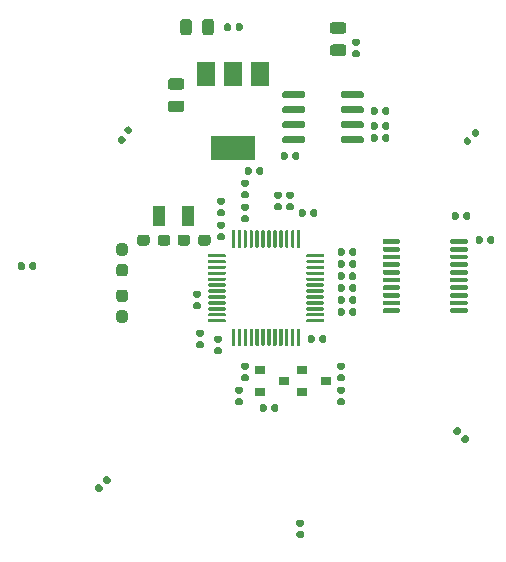
<source format=gbr>
%TF.GenerationSoftware,KiCad,Pcbnew,(5.1.6-0-10_14)*%
%TF.CreationDate,2021-08-24T22:52:38-05:00*%
%TF.ProjectId,led_lights,6c65645f-6c69-4676-9874-732e6b696361,rev?*%
%TF.SameCoordinates,Original*%
%TF.FileFunction,Paste,Top*%
%TF.FilePolarity,Positive*%
%FSLAX46Y46*%
G04 Gerber Fmt 4.6, Leading zero omitted, Abs format (unit mm)*
G04 Created by KiCad (PCBNEW (5.1.6-0-10_14)) date 2021-08-24 22:52:38*
%MOMM*%
%LPD*%
G01*
G04 APERTURE LIST*
%ADD10R,0.900000X0.800000*%
%ADD11R,3.800000X2.000000*%
%ADD12R,1.500000X2.000000*%
%ADD13R,1.000000X1.800000*%
G04 APERTURE END LIST*
%TO.C,C1*%
G36*
G01*
X188056000Y114570500D02*
X188056000Y115045500D01*
G75*
G02*
X188293500Y115283000I237500J0D01*
G01*
X188868500Y115283000D01*
G75*
G02*
X189106000Y115045500I0J-237500D01*
G01*
X189106000Y114570500D01*
G75*
G02*
X188868500Y114333000I-237500J0D01*
G01*
X188293500Y114333000D01*
G75*
G02*
X188056000Y114570500I0J237500D01*
G01*
G37*
G36*
G01*
X186306000Y114570500D02*
X186306000Y115045500D01*
G75*
G02*
X186543500Y115283000I237500J0D01*
G01*
X187118500Y115283000D01*
G75*
G02*
X187356000Y115045500I0J-237500D01*
G01*
X187356000Y114570500D01*
G75*
G02*
X187118500Y114333000I-237500J0D01*
G01*
X186543500Y114333000D01*
G75*
G02*
X186306000Y114570500I0J237500D01*
G01*
G37*
%TD*%
%TO.C,C2*%
G36*
G01*
X185691000Y115045500D02*
X185691000Y114570500D01*
G75*
G02*
X185453500Y114333000I-237500J0D01*
G01*
X184878500Y114333000D01*
G75*
G02*
X184641000Y114570500I0J237500D01*
G01*
X184641000Y115045500D01*
G75*
G02*
X184878500Y115283000I237500J0D01*
G01*
X185453500Y115283000D01*
G75*
G02*
X185691000Y115045500I0J-237500D01*
G01*
G37*
G36*
G01*
X183941000Y115045500D02*
X183941000Y114570500D01*
G75*
G02*
X183703500Y114333000I-237500J0D01*
G01*
X183128500Y114333000D01*
G75*
G02*
X182891000Y114570500I0J237500D01*
G01*
X182891000Y115045500D01*
G75*
G02*
X183128500Y115283000I237500J0D01*
G01*
X183703500Y115283000D01*
G75*
G02*
X183941000Y115045500I0J-237500D01*
G01*
G37*
%TD*%
%TO.C,C3*%
G36*
G01*
X181847500Y113493000D02*
X181372500Y113493000D01*
G75*
G02*
X181135000Y113730500I0J237500D01*
G01*
X181135000Y114305500D01*
G75*
G02*
X181372500Y114543000I237500J0D01*
G01*
X181847500Y114543000D01*
G75*
G02*
X182085000Y114305500I0J-237500D01*
G01*
X182085000Y113730500D01*
G75*
G02*
X181847500Y113493000I-237500J0D01*
G01*
G37*
G36*
G01*
X181847500Y111743000D02*
X181372500Y111743000D01*
G75*
G02*
X181135000Y111980500I0J237500D01*
G01*
X181135000Y112555500D01*
G75*
G02*
X181372500Y112793000I237500J0D01*
G01*
X181847500Y112793000D01*
G75*
G02*
X182085000Y112555500I0J-237500D01*
G01*
X182085000Y111980500D01*
G75*
G02*
X181847500Y111743000I-237500J0D01*
G01*
G37*
%TD*%
%TO.C,C4*%
G36*
G01*
X181372500Y110620000D02*
X181847500Y110620000D01*
G75*
G02*
X182085000Y110382500I0J-237500D01*
G01*
X182085000Y109807500D01*
G75*
G02*
X181847500Y109570000I-237500J0D01*
G01*
X181372500Y109570000D01*
G75*
G02*
X181135000Y109807500I0J237500D01*
G01*
X181135000Y110382500D01*
G75*
G02*
X181372500Y110620000I237500J0D01*
G01*
G37*
G36*
G01*
X181372500Y108870000D02*
X181847500Y108870000D01*
G75*
G02*
X182085000Y108632500I0J-237500D01*
G01*
X182085000Y108057500D01*
G75*
G02*
X181847500Y107820000I-237500J0D01*
G01*
X181372500Y107820000D01*
G75*
G02*
X181135000Y108057500I0J237500D01*
G01*
X181135000Y108632500D01*
G75*
G02*
X181372500Y108870000I237500J0D01*
G01*
G37*
%TD*%
%TO.C,C5*%
G36*
G01*
X186638250Y127528500D02*
X185725750Y127528500D01*
G75*
G02*
X185482000Y127772250I0J243750D01*
G01*
X185482000Y128259750D01*
G75*
G02*
X185725750Y128503500I243750J0D01*
G01*
X186638250Y128503500D01*
G75*
G02*
X186882000Y128259750I0J-243750D01*
G01*
X186882000Y127772250D01*
G75*
G02*
X186638250Y127528500I-243750J0D01*
G01*
G37*
G36*
G01*
X186638250Y125653500D02*
X185725750Y125653500D01*
G75*
G02*
X185482000Y125897250I0J243750D01*
G01*
X185482000Y126384750D01*
G75*
G02*
X185725750Y126628500I243750J0D01*
G01*
X186638250Y126628500D01*
G75*
G02*
X186882000Y126384750I0J-243750D01*
G01*
X186882000Y125897250D01*
G75*
G02*
X186638250Y125653500I-243750J0D01*
G01*
G37*
%TD*%
%TO.C,C6*%
G36*
G01*
X199441750Y133251000D02*
X200354250Y133251000D01*
G75*
G02*
X200598000Y133007250I0J-243750D01*
G01*
X200598000Y132519750D01*
G75*
G02*
X200354250Y132276000I-243750J0D01*
G01*
X199441750Y132276000D01*
G75*
G02*
X199198000Y132519750I0J243750D01*
G01*
X199198000Y133007250D01*
G75*
G02*
X199441750Y133251000I243750J0D01*
G01*
G37*
G36*
G01*
X199441750Y131376000D02*
X200354250Y131376000D01*
G75*
G02*
X200598000Y131132250I0J-243750D01*
G01*
X200598000Y130644750D01*
G75*
G02*
X200354250Y130401000I-243750J0D01*
G01*
X199441750Y130401000D01*
G75*
G02*
X199198000Y130644750I0J243750D01*
G01*
X199198000Y131132250D01*
G75*
G02*
X199441750Y131376000I243750J0D01*
G01*
G37*
%TD*%
%TO.C,C7*%
G36*
G01*
X190164500Y115760000D02*
X189819500Y115760000D01*
G75*
G02*
X189672000Y115907500I0J147500D01*
G01*
X189672000Y116202500D01*
G75*
G02*
X189819500Y116350000I147500J0D01*
G01*
X190164500Y116350000D01*
G75*
G02*
X190312000Y116202500I0J-147500D01*
G01*
X190312000Y115907500D01*
G75*
G02*
X190164500Y115760000I-147500J0D01*
G01*
G37*
G36*
G01*
X190164500Y114790000D02*
X189819500Y114790000D01*
G75*
G02*
X189672000Y114937500I0J147500D01*
G01*
X189672000Y115232500D01*
G75*
G02*
X189819500Y115380000I147500J0D01*
G01*
X190164500Y115380000D01*
G75*
G02*
X190312000Y115232500I0J-147500D01*
G01*
X190312000Y114937500D01*
G75*
G02*
X190164500Y114790000I-147500J0D01*
G01*
G37*
%TD*%
%TO.C,C8*%
G36*
G01*
X190164500Y117792000D02*
X189819500Y117792000D01*
G75*
G02*
X189672000Y117939500I0J147500D01*
G01*
X189672000Y118234500D01*
G75*
G02*
X189819500Y118382000I147500J0D01*
G01*
X190164500Y118382000D01*
G75*
G02*
X190312000Y118234500I0J-147500D01*
G01*
X190312000Y117939500D01*
G75*
G02*
X190164500Y117792000I-147500J0D01*
G01*
G37*
G36*
G01*
X190164500Y116822000D02*
X189819500Y116822000D01*
G75*
G02*
X189672000Y116969500I0J147500D01*
G01*
X189672000Y117264500D01*
G75*
G02*
X189819500Y117412000I147500J0D01*
G01*
X190164500Y117412000D01*
G75*
G02*
X190312000Y117264500I0J-147500D01*
G01*
X190312000Y116969500D01*
G75*
G02*
X190164500Y116822000I-147500J0D01*
G01*
G37*
%TD*%
%TO.C,C9*%
G36*
G01*
X197340000Y106253500D02*
X197340000Y106598500D01*
G75*
G02*
X197487500Y106746000I147500J0D01*
G01*
X197782500Y106746000D01*
G75*
G02*
X197930000Y106598500I0J-147500D01*
G01*
X197930000Y106253500D01*
G75*
G02*
X197782500Y106106000I-147500J0D01*
G01*
X197487500Y106106000D01*
G75*
G02*
X197340000Y106253500I0J147500D01*
G01*
G37*
G36*
G01*
X198310000Y106253500D02*
X198310000Y106598500D01*
G75*
G02*
X198457500Y106746000I147500J0D01*
G01*
X198752500Y106746000D01*
G75*
G02*
X198900000Y106598500I0J-147500D01*
G01*
X198900000Y106253500D01*
G75*
G02*
X198752500Y106106000I-147500J0D01*
G01*
X198457500Y106106000D01*
G75*
G02*
X198310000Y106253500I0J147500D01*
G01*
G37*
%TD*%
%TO.C,C10*%
G36*
G01*
X202674000Y125557500D02*
X202674000Y125902500D01*
G75*
G02*
X202821500Y126050000I147500J0D01*
G01*
X203116500Y126050000D01*
G75*
G02*
X203264000Y125902500I0J-147500D01*
G01*
X203264000Y125557500D01*
G75*
G02*
X203116500Y125410000I-147500J0D01*
G01*
X202821500Y125410000D01*
G75*
G02*
X202674000Y125557500I0J147500D01*
G01*
G37*
G36*
G01*
X203644000Y125557500D02*
X203644000Y125902500D01*
G75*
G02*
X203791500Y126050000I147500J0D01*
G01*
X204086500Y126050000D01*
G75*
G02*
X204234000Y125902500I0J-147500D01*
G01*
X204234000Y125557500D01*
G75*
G02*
X204086500Y125410000I-147500J0D01*
G01*
X203791500Y125410000D01*
G75*
G02*
X203644000Y125557500I0J147500D01*
G01*
G37*
%TD*%
%TO.C,C11*%
G36*
G01*
X209532000Y116667500D02*
X209532000Y117012500D01*
G75*
G02*
X209679500Y117160000I147500J0D01*
G01*
X209974500Y117160000D01*
G75*
G02*
X210122000Y117012500I0J-147500D01*
G01*
X210122000Y116667500D01*
G75*
G02*
X209974500Y116520000I-147500J0D01*
G01*
X209679500Y116520000D01*
G75*
G02*
X209532000Y116667500I0J147500D01*
G01*
G37*
G36*
G01*
X210502000Y116667500D02*
X210502000Y117012500D01*
G75*
G02*
X210649500Y117160000I147500J0D01*
G01*
X210944500Y117160000D01*
G75*
G02*
X211092000Y117012500I0J-147500D01*
G01*
X211092000Y116667500D01*
G75*
G02*
X210944500Y116520000I-147500J0D01*
G01*
X210649500Y116520000D01*
G75*
G02*
X210502000Y116667500I0J147500D01*
G01*
G37*
%TD*%
%TO.C,C12*%
G36*
G01*
X212534000Y114635500D02*
X212534000Y114980500D01*
G75*
G02*
X212681500Y115128000I147500J0D01*
G01*
X212976500Y115128000D01*
G75*
G02*
X213124000Y114980500I0J-147500D01*
G01*
X213124000Y114635500D01*
G75*
G02*
X212976500Y114488000I-147500J0D01*
G01*
X212681500Y114488000D01*
G75*
G02*
X212534000Y114635500I0J147500D01*
G01*
G37*
G36*
G01*
X211564000Y114635500D02*
X211564000Y114980500D01*
G75*
G02*
X211711500Y115128000I147500J0D01*
G01*
X212006500Y115128000D01*
G75*
G02*
X212154000Y114980500I0J-147500D01*
G01*
X212154000Y114635500D01*
G75*
G02*
X212006500Y114488000I-147500J0D01*
G01*
X211711500Y114488000D01*
G75*
G02*
X211564000Y114635500I0J147500D01*
G01*
G37*
%TD*%
D10*
%TO.C,Q1*%
X193310000Y103820000D03*
X193310000Y101920000D03*
X195310000Y102870000D03*
%TD*%
%TO.C,Q2*%
X198866000Y102870000D03*
X196866000Y101920000D03*
X196866000Y103820000D03*
%TD*%
%TO.C,R1*%
G36*
G01*
X188132500Y108971000D02*
X187787500Y108971000D01*
G75*
G02*
X187640000Y109118500I0J147500D01*
G01*
X187640000Y109413500D01*
G75*
G02*
X187787500Y109561000I147500J0D01*
G01*
X188132500Y109561000D01*
G75*
G02*
X188280000Y109413500I0J-147500D01*
G01*
X188280000Y109118500D01*
G75*
G02*
X188132500Y108971000I-147500J0D01*
G01*
G37*
G36*
G01*
X188132500Y109941000D02*
X187787500Y109941000D01*
G75*
G02*
X187640000Y110088500I0J147500D01*
G01*
X187640000Y110383500D01*
G75*
G02*
X187787500Y110531000I147500J0D01*
G01*
X188132500Y110531000D01*
G75*
G02*
X188280000Y110383500I0J-147500D01*
G01*
X188280000Y110088500D01*
G75*
G02*
X188132500Y109941000I-147500J0D01*
G01*
G37*
%TD*%
%TO.C,R4*%
G36*
G01*
X201594500Y130284000D02*
X201249500Y130284000D01*
G75*
G02*
X201102000Y130431500I0J147500D01*
G01*
X201102000Y130726500D01*
G75*
G02*
X201249500Y130874000I147500J0D01*
G01*
X201594500Y130874000D01*
G75*
G02*
X201742000Y130726500I0J-147500D01*
G01*
X201742000Y130431500D01*
G75*
G02*
X201594500Y130284000I-147500J0D01*
G01*
G37*
G36*
G01*
X201594500Y131254000D02*
X201249500Y131254000D01*
G75*
G02*
X201102000Y131401500I0J147500D01*
G01*
X201102000Y131696500D01*
G75*
G02*
X201249500Y131844000I147500J0D01*
G01*
X201594500Y131844000D01*
G75*
G02*
X201742000Y131696500I0J-147500D01*
G01*
X201742000Y131401500D01*
G75*
G02*
X201594500Y131254000I-147500J0D01*
G01*
G37*
%TD*%
%TO.C,R5*%
G36*
G01*
X191851500Y103442000D02*
X192196500Y103442000D01*
G75*
G02*
X192344000Y103294500I0J-147500D01*
G01*
X192344000Y102999500D01*
G75*
G02*
X192196500Y102852000I-147500J0D01*
G01*
X191851500Y102852000D01*
G75*
G02*
X191704000Y102999500I0J147500D01*
G01*
X191704000Y103294500D01*
G75*
G02*
X191851500Y103442000I147500J0D01*
G01*
G37*
G36*
G01*
X191851500Y104412000D02*
X192196500Y104412000D01*
G75*
G02*
X192344000Y104264500I0J-147500D01*
G01*
X192344000Y103969500D01*
G75*
G02*
X192196500Y103822000I-147500J0D01*
G01*
X191851500Y103822000D01*
G75*
G02*
X191704000Y103969500I0J147500D01*
G01*
X191704000Y104264500D01*
G75*
G02*
X191851500Y104412000I147500J0D01*
G01*
G37*
%TD*%
%TO.C,R8*%
G36*
G01*
X193276000Y100411500D02*
X193276000Y100756500D01*
G75*
G02*
X193423500Y100904000I147500J0D01*
G01*
X193718500Y100904000D01*
G75*
G02*
X193866000Y100756500I0J-147500D01*
G01*
X193866000Y100411500D01*
G75*
G02*
X193718500Y100264000I-147500J0D01*
G01*
X193423500Y100264000D01*
G75*
G02*
X193276000Y100411500I0J147500D01*
G01*
G37*
G36*
G01*
X194246000Y100411500D02*
X194246000Y100756500D01*
G75*
G02*
X194393500Y100904000I147500J0D01*
G01*
X194688500Y100904000D01*
G75*
G02*
X194836000Y100756500I0J-147500D01*
G01*
X194836000Y100411500D01*
G75*
G02*
X194688500Y100264000I-147500J0D01*
G01*
X194393500Y100264000D01*
G75*
G02*
X194246000Y100411500I0J147500D01*
G01*
G37*
%TD*%
%TO.C,R12*%
G36*
G01*
X188410000Y132385750D02*
X188410000Y133298250D01*
G75*
G02*
X188653750Y133542000I243750J0D01*
G01*
X189141250Y133542000D01*
G75*
G02*
X189385000Y133298250I0J-243750D01*
G01*
X189385000Y132385750D01*
G75*
G02*
X189141250Y132142000I-243750J0D01*
G01*
X188653750Y132142000D01*
G75*
G02*
X188410000Y132385750I0J243750D01*
G01*
G37*
G36*
G01*
X186535000Y132385750D02*
X186535000Y133298250D01*
G75*
G02*
X186778750Y133542000I243750J0D01*
G01*
X187266250Y133542000D01*
G75*
G02*
X187510000Y133298250I0J-243750D01*
G01*
X187510000Y132385750D01*
G75*
G02*
X187266250Y132142000I-243750J0D01*
G01*
X186778750Y132142000D01*
G75*
G02*
X186535000Y132385750I0J243750D01*
G01*
G37*
%TD*%
%TO.C,R14*%
G36*
G01*
X199979500Y104412000D02*
X200324500Y104412000D01*
G75*
G02*
X200472000Y104264500I0J-147500D01*
G01*
X200472000Y103969500D01*
G75*
G02*
X200324500Y103822000I-147500J0D01*
G01*
X199979500Y103822000D01*
G75*
G02*
X199832000Y103969500I0J147500D01*
G01*
X199832000Y104264500D01*
G75*
G02*
X199979500Y104412000I147500J0D01*
G01*
G37*
G36*
G01*
X199979500Y103442000D02*
X200324500Y103442000D01*
G75*
G02*
X200472000Y103294500I0J-147500D01*
G01*
X200472000Y102999500D01*
G75*
G02*
X200324500Y102852000I-147500J0D01*
G01*
X199979500Y102852000D01*
G75*
G02*
X199832000Y102999500I0J147500D01*
G01*
X199832000Y103294500D01*
G75*
G02*
X199979500Y103442000I147500J0D01*
G01*
G37*
%TD*%
%TO.C,R15*%
G36*
G01*
X192976000Y120477500D02*
X192976000Y120822500D01*
G75*
G02*
X193123500Y120970000I147500J0D01*
G01*
X193418500Y120970000D01*
G75*
G02*
X193566000Y120822500I0J-147500D01*
G01*
X193566000Y120477500D01*
G75*
G02*
X193418500Y120330000I-147500J0D01*
G01*
X193123500Y120330000D01*
G75*
G02*
X192976000Y120477500I0J147500D01*
G01*
G37*
G36*
G01*
X192006000Y120477500D02*
X192006000Y120822500D01*
G75*
G02*
X192153500Y120970000I147500J0D01*
G01*
X192448500Y120970000D01*
G75*
G02*
X192596000Y120822500I0J-147500D01*
G01*
X192596000Y120477500D01*
G75*
G02*
X192448500Y120330000I-147500J0D01*
G01*
X192153500Y120330000D01*
G75*
G02*
X192006000Y120477500I0J147500D01*
G01*
G37*
%TD*%
%TO.C,R16*%
G36*
G01*
X200324500Y101790000D02*
X199979500Y101790000D01*
G75*
G02*
X199832000Y101937500I0J147500D01*
G01*
X199832000Y102232500D01*
G75*
G02*
X199979500Y102380000I147500J0D01*
G01*
X200324500Y102380000D01*
G75*
G02*
X200472000Y102232500I0J-147500D01*
G01*
X200472000Y101937500D01*
G75*
G02*
X200324500Y101790000I-147500J0D01*
G01*
G37*
G36*
G01*
X200324500Y100820000D02*
X199979500Y100820000D01*
G75*
G02*
X199832000Y100967500I0J147500D01*
G01*
X199832000Y101262500D01*
G75*
G02*
X199979500Y101410000I147500J0D01*
G01*
X200324500Y101410000D01*
G75*
G02*
X200472000Y101262500I0J-147500D01*
G01*
X200472000Y100967500D01*
G75*
G02*
X200324500Y100820000I-147500J0D01*
G01*
G37*
%TD*%
%TO.C,R17*%
G36*
G01*
X195054000Y121747500D02*
X195054000Y122092500D01*
G75*
G02*
X195201500Y122240000I147500J0D01*
G01*
X195496500Y122240000D01*
G75*
G02*
X195644000Y122092500I0J-147500D01*
G01*
X195644000Y121747500D01*
G75*
G02*
X195496500Y121600000I-147500J0D01*
G01*
X195201500Y121600000D01*
G75*
G02*
X195054000Y121747500I0J147500D01*
G01*
G37*
G36*
G01*
X196024000Y121747500D02*
X196024000Y122092500D01*
G75*
G02*
X196171500Y122240000I147500J0D01*
G01*
X196466500Y122240000D01*
G75*
G02*
X196614000Y122092500I0J-147500D01*
G01*
X196614000Y121747500D01*
G75*
G02*
X196466500Y121600000I-147500J0D01*
G01*
X196171500Y121600000D01*
G75*
G02*
X196024000Y121747500I0J147500D01*
G01*
G37*
%TD*%
%TO.C,R18*%
G36*
G01*
X203264000Y123616500D02*
X203264000Y123271500D01*
G75*
G02*
X203116500Y123124000I-147500J0D01*
G01*
X202821500Y123124000D01*
G75*
G02*
X202674000Y123271500I0J147500D01*
G01*
X202674000Y123616500D01*
G75*
G02*
X202821500Y123764000I147500J0D01*
G01*
X203116500Y123764000D01*
G75*
G02*
X203264000Y123616500I0J-147500D01*
G01*
G37*
G36*
G01*
X204234000Y123616500D02*
X204234000Y123271500D01*
G75*
G02*
X204086500Y123124000I-147500J0D01*
G01*
X203791500Y123124000D01*
G75*
G02*
X203644000Y123271500I0J147500D01*
G01*
X203644000Y123616500D01*
G75*
G02*
X203791500Y123764000I147500J0D01*
G01*
X204086500Y123764000D01*
G75*
G02*
X204234000Y123616500I0J-147500D01*
G01*
G37*
%TD*%
%TO.C,R19*%
G36*
G01*
X204234000Y124632500D02*
X204234000Y124287500D01*
G75*
G02*
X204086500Y124140000I-147500J0D01*
G01*
X203791500Y124140000D01*
G75*
G02*
X203644000Y124287500I0J147500D01*
G01*
X203644000Y124632500D01*
G75*
G02*
X203791500Y124780000I147500J0D01*
G01*
X204086500Y124780000D01*
G75*
G02*
X204234000Y124632500I0J-147500D01*
G01*
G37*
G36*
G01*
X203264000Y124632500D02*
X203264000Y124287500D01*
G75*
G02*
X203116500Y124140000I-147500J0D01*
G01*
X202821500Y124140000D01*
G75*
G02*
X202674000Y124287500I0J147500D01*
G01*
X202674000Y124632500D01*
G75*
G02*
X202821500Y124780000I147500J0D01*
G01*
X203116500Y124780000D01*
G75*
G02*
X203264000Y124632500I0J-147500D01*
G01*
G37*
%TD*%
%TO.C,R20*%
G36*
G01*
X197548000Y116921500D02*
X197548000Y117266500D01*
G75*
G02*
X197695500Y117414000I147500J0D01*
G01*
X197990500Y117414000D01*
G75*
G02*
X198138000Y117266500I0J-147500D01*
G01*
X198138000Y116921500D01*
G75*
G02*
X197990500Y116774000I-147500J0D01*
G01*
X197695500Y116774000D01*
G75*
G02*
X197548000Y116921500I0J147500D01*
G01*
G37*
G36*
G01*
X196578000Y116921500D02*
X196578000Y117266500D01*
G75*
G02*
X196725500Y117414000I147500J0D01*
G01*
X197020500Y117414000D01*
G75*
G02*
X197168000Y117266500I0J-147500D01*
G01*
X197168000Y116921500D01*
G75*
G02*
X197020500Y116774000I-147500J0D01*
G01*
X196725500Y116774000D01*
G75*
G02*
X196578000Y116921500I0J147500D01*
G01*
G37*
%TD*%
%TO.C,R21*%
G36*
G01*
X201440000Y113964500D02*
X201440000Y113619500D01*
G75*
G02*
X201292500Y113472000I-147500J0D01*
G01*
X200997500Y113472000D01*
G75*
G02*
X200850000Y113619500I0J147500D01*
G01*
X200850000Y113964500D01*
G75*
G02*
X200997500Y114112000I147500J0D01*
G01*
X201292500Y114112000D01*
G75*
G02*
X201440000Y113964500I0J-147500D01*
G01*
G37*
G36*
G01*
X200470000Y113964500D02*
X200470000Y113619500D01*
G75*
G02*
X200322500Y113472000I-147500J0D01*
G01*
X200027500Y113472000D01*
G75*
G02*
X199880000Y113619500I0J147500D01*
G01*
X199880000Y113964500D01*
G75*
G02*
X200027500Y114112000I147500J0D01*
G01*
X200322500Y114112000D01*
G75*
G02*
X200470000Y113964500I0J-147500D01*
G01*
G37*
%TD*%
%TO.C,R22*%
G36*
G01*
X188041500Y106236000D02*
X188386500Y106236000D01*
G75*
G02*
X188534000Y106088500I0J-147500D01*
G01*
X188534000Y105793500D01*
G75*
G02*
X188386500Y105646000I-147500J0D01*
G01*
X188041500Y105646000D01*
G75*
G02*
X187894000Y105793500I0J147500D01*
G01*
X187894000Y106088500D01*
G75*
G02*
X188041500Y106236000I147500J0D01*
G01*
G37*
G36*
G01*
X188041500Y107206000D02*
X188386500Y107206000D01*
G75*
G02*
X188534000Y107058500I0J-147500D01*
G01*
X188534000Y106763500D01*
G75*
G02*
X188386500Y106616000I-147500J0D01*
G01*
X188041500Y106616000D01*
G75*
G02*
X187894000Y106763500I0J147500D01*
G01*
X187894000Y107058500D01*
G75*
G02*
X188041500Y107206000I147500J0D01*
G01*
G37*
%TD*%
D11*
%TO.C,U1*%
X191008000Y122580000D03*
D12*
X191008000Y128880000D03*
X188708000Y128880000D03*
X193308000Y128880000D03*
%TD*%
%TO.C,U2*%
G36*
G01*
X188902000Y113419000D02*
X188902000Y113569000D01*
G75*
G02*
X188977000Y113644000I75000J0D01*
G01*
X190302000Y113644000D01*
G75*
G02*
X190377000Y113569000I0J-75000D01*
G01*
X190377000Y113419000D01*
G75*
G02*
X190302000Y113344000I-75000J0D01*
G01*
X188977000Y113344000D01*
G75*
G02*
X188902000Y113419000I0J75000D01*
G01*
G37*
G36*
G01*
X188902000Y112919000D02*
X188902000Y113069000D01*
G75*
G02*
X188977000Y113144000I75000J0D01*
G01*
X190302000Y113144000D01*
G75*
G02*
X190377000Y113069000I0J-75000D01*
G01*
X190377000Y112919000D01*
G75*
G02*
X190302000Y112844000I-75000J0D01*
G01*
X188977000Y112844000D01*
G75*
G02*
X188902000Y112919000I0J75000D01*
G01*
G37*
G36*
G01*
X188902000Y112419000D02*
X188902000Y112569000D01*
G75*
G02*
X188977000Y112644000I75000J0D01*
G01*
X190302000Y112644000D01*
G75*
G02*
X190377000Y112569000I0J-75000D01*
G01*
X190377000Y112419000D01*
G75*
G02*
X190302000Y112344000I-75000J0D01*
G01*
X188977000Y112344000D01*
G75*
G02*
X188902000Y112419000I0J75000D01*
G01*
G37*
G36*
G01*
X188902000Y111919000D02*
X188902000Y112069000D01*
G75*
G02*
X188977000Y112144000I75000J0D01*
G01*
X190302000Y112144000D01*
G75*
G02*
X190377000Y112069000I0J-75000D01*
G01*
X190377000Y111919000D01*
G75*
G02*
X190302000Y111844000I-75000J0D01*
G01*
X188977000Y111844000D01*
G75*
G02*
X188902000Y111919000I0J75000D01*
G01*
G37*
G36*
G01*
X188902000Y111419000D02*
X188902000Y111569000D01*
G75*
G02*
X188977000Y111644000I75000J0D01*
G01*
X190302000Y111644000D01*
G75*
G02*
X190377000Y111569000I0J-75000D01*
G01*
X190377000Y111419000D01*
G75*
G02*
X190302000Y111344000I-75000J0D01*
G01*
X188977000Y111344000D01*
G75*
G02*
X188902000Y111419000I0J75000D01*
G01*
G37*
G36*
G01*
X188902000Y110919000D02*
X188902000Y111069000D01*
G75*
G02*
X188977000Y111144000I75000J0D01*
G01*
X190302000Y111144000D01*
G75*
G02*
X190377000Y111069000I0J-75000D01*
G01*
X190377000Y110919000D01*
G75*
G02*
X190302000Y110844000I-75000J0D01*
G01*
X188977000Y110844000D01*
G75*
G02*
X188902000Y110919000I0J75000D01*
G01*
G37*
G36*
G01*
X188902000Y110419000D02*
X188902000Y110569000D01*
G75*
G02*
X188977000Y110644000I75000J0D01*
G01*
X190302000Y110644000D01*
G75*
G02*
X190377000Y110569000I0J-75000D01*
G01*
X190377000Y110419000D01*
G75*
G02*
X190302000Y110344000I-75000J0D01*
G01*
X188977000Y110344000D01*
G75*
G02*
X188902000Y110419000I0J75000D01*
G01*
G37*
G36*
G01*
X188902000Y109919000D02*
X188902000Y110069000D01*
G75*
G02*
X188977000Y110144000I75000J0D01*
G01*
X190302000Y110144000D01*
G75*
G02*
X190377000Y110069000I0J-75000D01*
G01*
X190377000Y109919000D01*
G75*
G02*
X190302000Y109844000I-75000J0D01*
G01*
X188977000Y109844000D01*
G75*
G02*
X188902000Y109919000I0J75000D01*
G01*
G37*
G36*
G01*
X188902000Y109419000D02*
X188902000Y109569000D01*
G75*
G02*
X188977000Y109644000I75000J0D01*
G01*
X190302000Y109644000D01*
G75*
G02*
X190377000Y109569000I0J-75000D01*
G01*
X190377000Y109419000D01*
G75*
G02*
X190302000Y109344000I-75000J0D01*
G01*
X188977000Y109344000D01*
G75*
G02*
X188902000Y109419000I0J75000D01*
G01*
G37*
G36*
G01*
X188902000Y108919000D02*
X188902000Y109069000D01*
G75*
G02*
X188977000Y109144000I75000J0D01*
G01*
X190302000Y109144000D01*
G75*
G02*
X190377000Y109069000I0J-75000D01*
G01*
X190377000Y108919000D01*
G75*
G02*
X190302000Y108844000I-75000J0D01*
G01*
X188977000Y108844000D01*
G75*
G02*
X188902000Y108919000I0J75000D01*
G01*
G37*
G36*
G01*
X188902000Y108419000D02*
X188902000Y108569000D01*
G75*
G02*
X188977000Y108644000I75000J0D01*
G01*
X190302000Y108644000D01*
G75*
G02*
X190377000Y108569000I0J-75000D01*
G01*
X190377000Y108419000D01*
G75*
G02*
X190302000Y108344000I-75000J0D01*
G01*
X188977000Y108344000D01*
G75*
G02*
X188902000Y108419000I0J75000D01*
G01*
G37*
G36*
G01*
X188902000Y107919000D02*
X188902000Y108069000D01*
G75*
G02*
X188977000Y108144000I75000J0D01*
G01*
X190302000Y108144000D01*
G75*
G02*
X190377000Y108069000I0J-75000D01*
G01*
X190377000Y107919000D01*
G75*
G02*
X190302000Y107844000I-75000J0D01*
G01*
X188977000Y107844000D01*
G75*
G02*
X188902000Y107919000I0J75000D01*
G01*
G37*
G36*
G01*
X190902000Y105919000D02*
X190902000Y107244000D01*
G75*
G02*
X190977000Y107319000I75000J0D01*
G01*
X191127000Y107319000D01*
G75*
G02*
X191202000Y107244000I0J-75000D01*
G01*
X191202000Y105919000D01*
G75*
G02*
X191127000Y105844000I-75000J0D01*
G01*
X190977000Y105844000D01*
G75*
G02*
X190902000Y105919000I0J75000D01*
G01*
G37*
G36*
G01*
X191402000Y105919000D02*
X191402000Y107244000D01*
G75*
G02*
X191477000Y107319000I75000J0D01*
G01*
X191627000Y107319000D01*
G75*
G02*
X191702000Y107244000I0J-75000D01*
G01*
X191702000Y105919000D01*
G75*
G02*
X191627000Y105844000I-75000J0D01*
G01*
X191477000Y105844000D01*
G75*
G02*
X191402000Y105919000I0J75000D01*
G01*
G37*
G36*
G01*
X191902000Y105919000D02*
X191902000Y107244000D01*
G75*
G02*
X191977000Y107319000I75000J0D01*
G01*
X192127000Y107319000D01*
G75*
G02*
X192202000Y107244000I0J-75000D01*
G01*
X192202000Y105919000D01*
G75*
G02*
X192127000Y105844000I-75000J0D01*
G01*
X191977000Y105844000D01*
G75*
G02*
X191902000Y105919000I0J75000D01*
G01*
G37*
G36*
G01*
X192402000Y105919000D02*
X192402000Y107244000D01*
G75*
G02*
X192477000Y107319000I75000J0D01*
G01*
X192627000Y107319000D01*
G75*
G02*
X192702000Y107244000I0J-75000D01*
G01*
X192702000Y105919000D01*
G75*
G02*
X192627000Y105844000I-75000J0D01*
G01*
X192477000Y105844000D01*
G75*
G02*
X192402000Y105919000I0J75000D01*
G01*
G37*
G36*
G01*
X192902000Y105919000D02*
X192902000Y107244000D01*
G75*
G02*
X192977000Y107319000I75000J0D01*
G01*
X193127000Y107319000D01*
G75*
G02*
X193202000Y107244000I0J-75000D01*
G01*
X193202000Y105919000D01*
G75*
G02*
X193127000Y105844000I-75000J0D01*
G01*
X192977000Y105844000D01*
G75*
G02*
X192902000Y105919000I0J75000D01*
G01*
G37*
G36*
G01*
X193402000Y105919000D02*
X193402000Y107244000D01*
G75*
G02*
X193477000Y107319000I75000J0D01*
G01*
X193627000Y107319000D01*
G75*
G02*
X193702000Y107244000I0J-75000D01*
G01*
X193702000Y105919000D01*
G75*
G02*
X193627000Y105844000I-75000J0D01*
G01*
X193477000Y105844000D01*
G75*
G02*
X193402000Y105919000I0J75000D01*
G01*
G37*
G36*
G01*
X193902000Y105919000D02*
X193902000Y107244000D01*
G75*
G02*
X193977000Y107319000I75000J0D01*
G01*
X194127000Y107319000D01*
G75*
G02*
X194202000Y107244000I0J-75000D01*
G01*
X194202000Y105919000D01*
G75*
G02*
X194127000Y105844000I-75000J0D01*
G01*
X193977000Y105844000D01*
G75*
G02*
X193902000Y105919000I0J75000D01*
G01*
G37*
G36*
G01*
X194402000Y105919000D02*
X194402000Y107244000D01*
G75*
G02*
X194477000Y107319000I75000J0D01*
G01*
X194627000Y107319000D01*
G75*
G02*
X194702000Y107244000I0J-75000D01*
G01*
X194702000Y105919000D01*
G75*
G02*
X194627000Y105844000I-75000J0D01*
G01*
X194477000Y105844000D01*
G75*
G02*
X194402000Y105919000I0J75000D01*
G01*
G37*
G36*
G01*
X194902000Y105919000D02*
X194902000Y107244000D01*
G75*
G02*
X194977000Y107319000I75000J0D01*
G01*
X195127000Y107319000D01*
G75*
G02*
X195202000Y107244000I0J-75000D01*
G01*
X195202000Y105919000D01*
G75*
G02*
X195127000Y105844000I-75000J0D01*
G01*
X194977000Y105844000D01*
G75*
G02*
X194902000Y105919000I0J75000D01*
G01*
G37*
G36*
G01*
X195402000Y105919000D02*
X195402000Y107244000D01*
G75*
G02*
X195477000Y107319000I75000J0D01*
G01*
X195627000Y107319000D01*
G75*
G02*
X195702000Y107244000I0J-75000D01*
G01*
X195702000Y105919000D01*
G75*
G02*
X195627000Y105844000I-75000J0D01*
G01*
X195477000Y105844000D01*
G75*
G02*
X195402000Y105919000I0J75000D01*
G01*
G37*
G36*
G01*
X195902000Y105919000D02*
X195902000Y107244000D01*
G75*
G02*
X195977000Y107319000I75000J0D01*
G01*
X196127000Y107319000D01*
G75*
G02*
X196202000Y107244000I0J-75000D01*
G01*
X196202000Y105919000D01*
G75*
G02*
X196127000Y105844000I-75000J0D01*
G01*
X195977000Y105844000D01*
G75*
G02*
X195902000Y105919000I0J75000D01*
G01*
G37*
G36*
G01*
X196402000Y105919000D02*
X196402000Y107244000D01*
G75*
G02*
X196477000Y107319000I75000J0D01*
G01*
X196627000Y107319000D01*
G75*
G02*
X196702000Y107244000I0J-75000D01*
G01*
X196702000Y105919000D01*
G75*
G02*
X196627000Y105844000I-75000J0D01*
G01*
X196477000Y105844000D01*
G75*
G02*
X196402000Y105919000I0J75000D01*
G01*
G37*
G36*
G01*
X197227000Y107919000D02*
X197227000Y108069000D01*
G75*
G02*
X197302000Y108144000I75000J0D01*
G01*
X198627000Y108144000D01*
G75*
G02*
X198702000Y108069000I0J-75000D01*
G01*
X198702000Y107919000D01*
G75*
G02*
X198627000Y107844000I-75000J0D01*
G01*
X197302000Y107844000D01*
G75*
G02*
X197227000Y107919000I0J75000D01*
G01*
G37*
G36*
G01*
X197227000Y108419000D02*
X197227000Y108569000D01*
G75*
G02*
X197302000Y108644000I75000J0D01*
G01*
X198627000Y108644000D01*
G75*
G02*
X198702000Y108569000I0J-75000D01*
G01*
X198702000Y108419000D01*
G75*
G02*
X198627000Y108344000I-75000J0D01*
G01*
X197302000Y108344000D01*
G75*
G02*
X197227000Y108419000I0J75000D01*
G01*
G37*
G36*
G01*
X197227000Y108919000D02*
X197227000Y109069000D01*
G75*
G02*
X197302000Y109144000I75000J0D01*
G01*
X198627000Y109144000D01*
G75*
G02*
X198702000Y109069000I0J-75000D01*
G01*
X198702000Y108919000D01*
G75*
G02*
X198627000Y108844000I-75000J0D01*
G01*
X197302000Y108844000D01*
G75*
G02*
X197227000Y108919000I0J75000D01*
G01*
G37*
G36*
G01*
X197227000Y109419000D02*
X197227000Y109569000D01*
G75*
G02*
X197302000Y109644000I75000J0D01*
G01*
X198627000Y109644000D01*
G75*
G02*
X198702000Y109569000I0J-75000D01*
G01*
X198702000Y109419000D01*
G75*
G02*
X198627000Y109344000I-75000J0D01*
G01*
X197302000Y109344000D01*
G75*
G02*
X197227000Y109419000I0J75000D01*
G01*
G37*
G36*
G01*
X197227000Y109919000D02*
X197227000Y110069000D01*
G75*
G02*
X197302000Y110144000I75000J0D01*
G01*
X198627000Y110144000D01*
G75*
G02*
X198702000Y110069000I0J-75000D01*
G01*
X198702000Y109919000D01*
G75*
G02*
X198627000Y109844000I-75000J0D01*
G01*
X197302000Y109844000D01*
G75*
G02*
X197227000Y109919000I0J75000D01*
G01*
G37*
G36*
G01*
X197227000Y110419000D02*
X197227000Y110569000D01*
G75*
G02*
X197302000Y110644000I75000J0D01*
G01*
X198627000Y110644000D01*
G75*
G02*
X198702000Y110569000I0J-75000D01*
G01*
X198702000Y110419000D01*
G75*
G02*
X198627000Y110344000I-75000J0D01*
G01*
X197302000Y110344000D01*
G75*
G02*
X197227000Y110419000I0J75000D01*
G01*
G37*
G36*
G01*
X197227000Y110919000D02*
X197227000Y111069000D01*
G75*
G02*
X197302000Y111144000I75000J0D01*
G01*
X198627000Y111144000D01*
G75*
G02*
X198702000Y111069000I0J-75000D01*
G01*
X198702000Y110919000D01*
G75*
G02*
X198627000Y110844000I-75000J0D01*
G01*
X197302000Y110844000D01*
G75*
G02*
X197227000Y110919000I0J75000D01*
G01*
G37*
G36*
G01*
X197227000Y111419000D02*
X197227000Y111569000D01*
G75*
G02*
X197302000Y111644000I75000J0D01*
G01*
X198627000Y111644000D01*
G75*
G02*
X198702000Y111569000I0J-75000D01*
G01*
X198702000Y111419000D01*
G75*
G02*
X198627000Y111344000I-75000J0D01*
G01*
X197302000Y111344000D01*
G75*
G02*
X197227000Y111419000I0J75000D01*
G01*
G37*
G36*
G01*
X197227000Y111919000D02*
X197227000Y112069000D01*
G75*
G02*
X197302000Y112144000I75000J0D01*
G01*
X198627000Y112144000D01*
G75*
G02*
X198702000Y112069000I0J-75000D01*
G01*
X198702000Y111919000D01*
G75*
G02*
X198627000Y111844000I-75000J0D01*
G01*
X197302000Y111844000D01*
G75*
G02*
X197227000Y111919000I0J75000D01*
G01*
G37*
G36*
G01*
X197227000Y112419000D02*
X197227000Y112569000D01*
G75*
G02*
X197302000Y112644000I75000J0D01*
G01*
X198627000Y112644000D01*
G75*
G02*
X198702000Y112569000I0J-75000D01*
G01*
X198702000Y112419000D01*
G75*
G02*
X198627000Y112344000I-75000J0D01*
G01*
X197302000Y112344000D01*
G75*
G02*
X197227000Y112419000I0J75000D01*
G01*
G37*
G36*
G01*
X197227000Y112919000D02*
X197227000Y113069000D01*
G75*
G02*
X197302000Y113144000I75000J0D01*
G01*
X198627000Y113144000D01*
G75*
G02*
X198702000Y113069000I0J-75000D01*
G01*
X198702000Y112919000D01*
G75*
G02*
X198627000Y112844000I-75000J0D01*
G01*
X197302000Y112844000D01*
G75*
G02*
X197227000Y112919000I0J75000D01*
G01*
G37*
G36*
G01*
X197227000Y113419000D02*
X197227000Y113569000D01*
G75*
G02*
X197302000Y113644000I75000J0D01*
G01*
X198627000Y113644000D01*
G75*
G02*
X198702000Y113569000I0J-75000D01*
G01*
X198702000Y113419000D01*
G75*
G02*
X198627000Y113344000I-75000J0D01*
G01*
X197302000Y113344000D01*
G75*
G02*
X197227000Y113419000I0J75000D01*
G01*
G37*
G36*
G01*
X196402000Y114244000D02*
X196402000Y115569000D01*
G75*
G02*
X196477000Y115644000I75000J0D01*
G01*
X196627000Y115644000D01*
G75*
G02*
X196702000Y115569000I0J-75000D01*
G01*
X196702000Y114244000D01*
G75*
G02*
X196627000Y114169000I-75000J0D01*
G01*
X196477000Y114169000D01*
G75*
G02*
X196402000Y114244000I0J75000D01*
G01*
G37*
G36*
G01*
X195902000Y114244000D02*
X195902000Y115569000D01*
G75*
G02*
X195977000Y115644000I75000J0D01*
G01*
X196127000Y115644000D01*
G75*
G02*
X196202000Y115569000I0J-75000D01*
G01*
X196202000Y114244000D01*
G75*
G02*
X196127000Y114169000I-75000J0D01*
G01*
X195977000Y114169000D01*
G75*
G02*
X195902000Y114244000I0J75000D01*
G01*
G37*
G36*
G01*
X195402000Y114244000D02*
X195402000Y115569000D01*
G75*
G02*
X195477000Y115644000I75000J0D01*
G01*
X195627000Y115644000D01*
G75*
G02*
X195702000Y115569000I0J-75000D01*
G01*
X195702000Y114244000D01*
G75*
G02*
X195627000Y114169000I-75000J0D01*
G01*
X195477000Y114169000D01*
G75*
G02*
X195402000Y114244000I0J75000D01*
G01*
G37*
G36*
G01*
X194902000Y114244000D02*
X194902000Y115569000D01*
G75*
G02*
X194977000Y115644000I75000J0D01*
G01*
X195127000Y115644000D01*
G75*
G02*
X195202000Y115569000I0J-75000D01*
G01*
X195202000Y114244000D01*
G75*
G02*
X195127000Y114169000I-75000J0D01*
G01*
X194977000Y114169000D01*
G75*
G02*
X194902000Y114244000I0J75000D01*
G01*
G37*
G36*
G01*
X194402000Y114244000D02*
X194402000Y115569000D01*
G75*
G02*
X194477000Y115644000I75000J0D01*
G01*
X194627000Y115644000D01*
G75*
G02*
X194702000Y115569000I0J-75000D01*
G01*
X194702000Y114244000D01*
G75*
G02*
X194627000Y114169000I-75000J0D01*
G01*
X194477000Y114169000D01*
G75*
G02*
X194402000Y114244000I0J75000D01*
G01*
G37*
G36*
G01*
X193902000Y114244000D02*
X193902000Y115569000D01*
G75*
G02*
X193977000Y115644000I75000J0D01*
G01*
X194127000Y115644000D01*
G75*
G02*
X194202000Y115569000I0J-75000D01*
G01*
X194202000Y114244000D01*
G75*
G02*
X194127000Y114169000I-75000J0D01*
G01*
X193977000Y114169000D01*
G75*
G02*
X193902000Y114244000I0J75000D01*
G01*
G37*
G36*
G01*
X193402000Y114244000D02*
X193402000Y115569000D01*
G75*
G02*
X193477000Y115644000I75000J0D01*
G01*
X193627000Y115644000D01*
G75*
G02*
X193702000Y115569000I0J-75000D01*
G01*
X193702000Y114244000D01*
G75*
G02*
X193627000Y114169000I-75000J0D01*
G01*
X193477000Y114169000D01*
G75*
G02*
X193402000Y114244000I0J75000D01*
G01*
G37*
G36*
G01*
X192902000Y114244000D02*
X192902000Y115569000D01*
G75*
G02*
X192977000Y115644000I75000J0D01*
G01*
X193127000Y115644000D01*
G75*
G02*
X193202000Y115569000I0J-75000D01*
G01*
X193202000Y114244000D01*
G75*
G02*
X193127000Y114169000I-75000J0D01*
G01*
X192977000Y114169000D01*
G75*
G02*
X192902000Y114244000I0J75000D01*
G01*
G37*
G36*
G01*
X192402000Y114244000D02*
X192402000Y115569000D01*
G75*
G02*
X192477000Y115644000I75000J0D01*
G01*
X192627000Y115644000D01*
G75*
G02*
X192702000Y115569000I0J-75000D01*
G01*
X192702000Y114244000D01*
G75*
G02*
X192627000Y114169000I-75000J0D01*
G01*
X192477000Y114169000D01*
G75*
G02*
X192402000Y114244000I0J75000D01*
G01*
G37*
G36*
G01*
X191902000Y114244000D02*
X191902000Y115569000D01*
G75*
G02*
X191977000Y115644000I75000J0D01*
G01*
X192127000Y115644000D01*
G75*
G02*
X192202000Y115569000I0J-75000D01*
G01*
X192202000Y114244000D01*
G75*
G02*
X192127000Y114169000I-75000J0D01*
G01*
X191977000Y114169000D01*
G75*
G02*
X191902000Y114244000I0J75000D01*
G01*
G37*
G36*
G01*
X191402000Y114244000D02*
X191402000Y115569000D01*
G75*
G02*
X191477000Y115644000I75000J0D01*
G01*
X191627000Y115644000D01*
G75*
G02*
X191702000Y115569000I0J-75000D01*
G01*
X191702000Y114244000D01*
G75*
G02*
X191627000Y114169000I-75000J0D01*
G01*
X191477000Y114169000D01*
G75*
G02*
X191402000Y114244000I0J75000D01*
G01*
G37*
G36*
G01*
X190902000Y114244000D02*
X190902000Y115569000D01*
G75*
G02*
X190977000Y115644000I75000J0D01*
G01*
X191127000Y115644000D01*
G75*
G02*
X191202000Y115569000I0J-75000D01*
G01*
X191202000Y114244000D01*
G75*
G02*
X191127000Y114169000I-75000J0D01*
G01*
X190977000Y114169000D01*
G75*
G02*
X190902000Y114244000I0J75000D01*
G01*
G37*
%TD*%
%TO.C,U3*%
G36*
G01*
X203664000Y114585000D02*
X203664000Y114785000D01*
G75*
G02*
X203764000Y114885000I100000J0D01*
G01*
X205039000Y114885000D01*
G75*
G02*
X205139000Y114785000I0J-100000D01*
G01*
X205139000Y114585000D01*
G75*
G02*
X205039000Y114485000I-100000J0D01*
G01*
X203764000Y114485000D01*
G75*
G02*
X203664000Y114585000I0J100000D01*
G01*
G37*
G36*
G01*
X203664000Y113935000D02*
X203664000Y114135000D01*
G75*
G02*
X203764000Y114235000I100000J0D01*
G01*
X205039000Y114235000D01*
G75*
G02*
X205139000Y114135000I0J-100000D01*
G01*
X205139000Y113935000D01*
G75*
G02*
X205039000Y113835000I-100000J0D01*
G01*
X203764000Y113835000D01*
G75*
G02*
X203664000Y113935000I0J100000D01*
G01*
G37*
G36*
G01*
X203664000Y113285000D02*
X203664000Y113485000D01*
G75*
G02*
X203764000Y113585000I100000J0D01*
G01*
X205039000Y113585000D01*
G75*
G02*
X205139000Y113485000I0J-100000D01*
G01*
X205139000Y113285000D01*
G75*
G02*
X205039000Y113185000I-100000J0D01*
G01*
X203764000Y113185000D01*
G75*
G02*
X203664000Y113285000I0J100000D01*
G01*
G37*
G36*
G01*
X203664000Y112635000D02*
X203664000Y112835000D01*
G75*
G02*
X203764000Y112935000I100000J0D01*
G01*
X205039000Y112935000D01*
G75*
G02*
X205139000Y112835000I0J-100000D01*
G01*
X205139000Y112635000D01*
G75*
G02*
X205039000Y112535000I-100000J0D01*
G01*
X203764000Y112535000D01*
G75*
G02*
X203664000Y112635000I0J100000D01*
G01*
G37*
G36*
G01*
X203664000Y111985000D02*
X203664000Y112185000D01*
G75*
G02*
X203764000Y112285000I100000J0D01*
G01*
X205039000Y112285000D01*
G75*
G02*
X205139000Y112185000I0J-100000D01*
G01*
X205139000Y111985000D01*
G75*
G02*
X205039000Y111885000I-100000J0D01*
G01*
X203764000Y111885000D01*
G75*
G02*
X203664000Y111985000I0J100000D01*
G01*
G37*
G36*
G01*
X203664000Y111335000D02*
X203664000Y111535000D01*
G75*
G02*
X203764000Y111635000I100000J0D01*
G01*
X205039000Y111635000D01*
G75*
G02*
X205139000Y111535000I0J-100000D01*
G01*
X205139000Y111335000D01*
G75*
G02*
X205039000Y111235000I-100000J0D01*
G01*
X203764000Y111235000D01*
G75*
G02*
X203664000Y111335000I0J100000D01*
G01*
G37*
G36*
G01*
X203664000Y110685000D02*
X203664000Y110885000D01*
G75*
G02*
X203764000Y110985000I100000J0D01*
G01*
X205039000Y110985000D01*
G75*
G02*
X205139000Y110885000I0J-100000D01*
G01*
X205139000Y110685000D01*
G75*
G02*
X205039000Y110585000I-100000J0D01*
G01*
X203764000Y110585000D01*
G75*
G02*
X203664000Y110685000I0J100000D01*
G01*
G37*
G36*
G01*
X203664000Y110035000D02*
X203664000Y110235000D01*
G75*
G02*
X203764000Y110335000I100000J0D01*
G01*
X205039000Y110335000D01*
G75*
G02*
X205139000Y110235000I0J-100000D01*
G01*
X205139000Y110035000D01*
G75*
G02*
X205039000Y109935000I-100000J0D01*
G01*
X203764000Y109935000D01*
G75*
G02*
X203664000Y110035000I0J100000D01*
G01*
G37*
G36*
G01*
X203664000Y109385000D02*
X203664000Y109585000D01*
G75*
G02*
X203764000Y109685000I100000J0D01*
G01*
X205039000Y109685000D01*
G75*
G02*
X205139000Y109585000I0J-100000D01*
G01*
X205139000Y109385000D01*
G75*
G02*
X205039000Y109285000I-100000J0D01*
G01*
X203764000Y109285000D01*
G75*
G02*
X203664000Y109385000I0J100000D01*
G01*
G37*
G36*
G01*
X203664000Y108735000D02*
X203664000Y108935000D01*
G75*
G02*
X203764000Y109035000I100000J0D01*
G01*
X205039000Y109035000D01*
G75*
G02*
X205139000Y108935000I0J-100000D01*
G01*
X205139000Y108735000D01*
G75*
G02*
X205039000Y108635000I-100000J0D01*
G01*
X203764000Y108635000D01*
G75*
G02*
X203664000Y108735000I0J100000D01*
G01*
G37*
G36*
G01*
X209389000Y108735000D02*
X209389000Y108935000D01*
G75*
G02*
X209489000Y109035000I100000J0D01*
G01*
X210764000Y109035000D01*
G75*
G02*
X210864000Y108935000I0J-100000D01*
G01*
X210864000Y108735000D01*
G75*
G02*
X210764000Y108635000I-100000J0D01*
G01*
X209489000Y108635000D01*
G75*
G02*
X209389000Y108735000I0J100000D01*
G01*
G37*
G36*
G01*
X209389000Y109385000D02*
X209389000Y109585000D01*
G75*
G02*
X209489000Y109685000I100000J0D01*
G01*
X210764000Y109685000D01*
G75*
G02*
X210864000Y109585000I0J-100000D01*
G01*
X210864000Y109385000D01*
G75*
G02*
X210764000Y109285000I-100000J0D01*
G01*
X209489000Y109285000D01*
G75*
G02*
X209389000Y109385000I0J100000D01*
G01*
G37*
G36*
G01*
X209389000Y110035000D02*
X209389000Y110235000D01*
G75*
G02*
X209489000Y110335000I100000J0D01*
G01*
X210764000Y110335000D01*
G75*
G02*
X210864000Y110235000I0J-100000D01*
G01*
X210864000Y110035000D01*
G75*
G02*
X210764000Y109935000I-100000J0D01*
G01*
X209489000Y109935000D01*
G75*
G02*
X209389000Y110035000I0J100000D01*
G01*
G37*
G36*
G01*
X209389000Y110685000D02*
X209389000Y110885000D01*
G75*
G02*
X209489000Y110985000I100000J0D01*
G01*
X210764000Y110985000D01*
G75*
G02*
X210864000Y110885000I0J-100000D01*
G01*
X210864000Y110685000D01*
G75*
G02*
X210764000Y110585000I-100000J0D01*
G01*
X209489000Y110585000D01*
G75*
G02*
X209389000Y110685000I0J100000D01*
G01*
G37*
G36*
G01*
X209389000Y111335000D02*
X209389000Y111535000D01*
G75*
G02*
X209489000Y111635000I100000J0D01*
G01*
X210764000Y111635000D01*
G75*
G02*
X210864000Y111535000I0J-100000D01*
G01*
X210864000Y111335000D01*
G75*
G02*
X210764000Y111235000I-100000J0D01*
G01*
X209489000Y111235000D01*
G75*
G02*
X209389000Y111335000I0J100000D01*
G01*
G37*
G36*
G01*
X209389000Y111985000D02*
X209389000Y112185000D01*
G75*
G02*
X209489000Y112285000I100000J0D01*
G01*
X210764000Y112285000D01*
G75*
G02*
X210864000Y112185000I0J-100000D01*
G01*
X210864000Y111985000D01*
G75*
G02*
X210764000Y111885000I-100000J0D01*
G01*
X209489000Y111885000D01*
G75*
G02*
X209389000Y111985000I0J100000D01*
G01*
G37*
G36*
G01*
X209389000Y112635000D02*
X209389000Y112835000D01*
G75*
G02*
X209489000Y112935000I100000J0D01*
G01*
X210764000Y112935000D01*
G75*
G02*
X210864000Y112835000I0J-100000D01*
G01*
X210864000Y112635000D01*
G75*
G02*
X210764000Y112535000I-100000J0D01*
G01*
X209489000Y112535000D01*
G75*
G02*
X209389000Y112635000I0J100000D01*
G01*
G37*
G36*
G01*
X209389000Y113285000D02*
X209389000Y113485000D01*
G75*
G02*
X209489000Y113585000I100000J0D01*
G01*
X210764000Y113585000D01*
G75*
G02*
X210864000Y113485000I0J-100000D01*
G01*
X210864000Y113285000D01*
G75*
G02*
X210764000Y113185000I-100000J0D01*
G01*
X209489000Y113185000D01*
G75*
G02*
X209389000Y113285000I0J100000D01*
G01*
G37*
G36*
G01*
X209389000Y113935000D02*
X209389000Y114135000D01*
G75*
G02*
X209489000Y114235000I100000J0D01*
G01*
X210764000Y114235000D01*
G75*
G02*
X210864000Y114135000I0J-100000D01*
G01*
X210864000Y113935000D01*
G75*
G02*
X210764000Y113835000I-100000J0D01*
G01*
X209489000Y113835000D01*
G75*
G02*
X209389000Y113935000I0J100000D01*
G01*
G37*
G36*
G01*
X209389000Y114585000D02*
X209389000Y114785000D01*
G75*
G02*
X209489000Y114885000I100000J0D01*
G01*
X210764000Y114885000D01*
G75*
G02*
X210864000Y114785000I0J-100000D01*
G01*
X210864000Y114585000D01*
G75*
G02*
X210764000Y114485000I-100000J0D01*
G01*
X209489000Y114485000D01*
G75*
G02*
X209389000Y114585000I0J100000D01*
G01*
G37*
%TD*%
%TO.C,U4*%
G36*
G01*
X195178000Y126977000D02*
X195178000Y127277000D01*
G75*
G02*
X195328000Y127427000I150000J0D01*
G01*
X196978000Y127427000D01*
G75*
G02*
X197128000Y127277000I0J-150000D01*
G01*
X197128000Y126977000D01*
G75*
G02*
X196978000Y126827000I-150000J0D01*
G01*
X195328000Y126827000D01*
G75*
G02*
X195178000Y126977000I0J150000D01*
G01*
G37*
G36*
G01*
X195178000Y125707000D02*
X195178000Y126007000D01*
G75*
G02*
X195328000Y126157000I150000J0D01*
G01*
X196978000Y126157000D01*
G75*
G02*
X197128000Y126007000I0J-150000D01*
G01*
X197128000Y125707000D01*
G75*
G02*
X196978000Y125557000I-150000J0D01*
G01*
X195328000Y125557000D01*
G75*
G02*
X195178000Y125707000I0J150000D01*
G01*
G37*
G36*
G01*
X195178000Y124437000D02*
X195178000Y124737000D01*
G75*
G02*
X195328000Y124887000I150000J0D01*
G01*
X196978000Y124887000D01*
G75*
G02*
X197128000Y124737000I0J-150000D01*
G01*
X197128000Y124437000D01*
G75*
G02*
X196978000Y124287000I-150000J0D01*
G01*
X195328000Y124287000D01*
G75*
G02*
X195178000Y124437000I0J150000D01*
G01*
G37*
G36*
G01*
X195178000Y123167000D02*
X195178000Y123467000D01*
G75*
G02*
X195328000Y123617000I150000J0D01*
G01*
X196978000Y123617000D01*
G75*
G02*
X197128000Y123467000I0J-150000D01*
G01*
X197128000Y123167000D01*
G75*
G02*
X196978000Y123017000I-150000J0D01*
G01*
X195328000Y123017000D01*
G75*
G02*
X195178000Y123167000I0J150000D01*
G01*
G37*
G36*
G01*
X200128000Y123167000D02*
X200128000Y123467000D01*
G75*
G02*
X200278000Y123617000I150000J0D01*
G01*
X201928000Y123617000D01*
G75*
G02*
X202078000Y123467000I0J-150000D01*
G01*
X202078000Y123167000D01*
G75*
G02*
X201928000Y123017000I-150000J0D01*
G01*
X200278000Y123017000D01*
G75*
G02*
X200128000Y123167000I0J150000D01*
G01*
G37*
G36*
G01*
X200128000Y124437000D02*
X200128000Y124737000D01*
G75*
G02*
X200278000Y124887000I150000J0D01*
G01*
X201928000Y124887000D01*
G75*
G02*
X202078000Y124737000I0J-150000D01*
G01*
X202078000Y124437000D01*
G75*
G02*
X201928000Y124287000I-150000J0D01*
G01*
X200278000Y124287000D01*
G75*
G02*
X200128000Y124437000I0J150000D01*
G01*
G37*
G36*
G01*
X200128000Y125707000D02*
X200128000Y126007000D01*
G75*
G02*
X200278000Y126157000I150000J0D01*
G01*
X201928000Y126157000D01*
G75*
G02*
X202078000Y126007000I0J-150000D01*
G01*
X202078000Y125707000D01*
G75*
G02*
X201928000Y125557000I-150000J0D01*
G01*
X200278000Y125557000D01*
G75*
G02*
X200128000Y125707000I0J150000D01*
G01*
G37*
G36*
G01*
X200128000Y126977000D02*
X200128000Y127277000D01*
G75*
G02*
X200278000Y127427000I150000J0D01*
G01*
X201928000Y127427000D01*
G75*
G02*
X202078000Y127277000I0J-150000D01*
G01*
X202078000Y126977000D01*
G75*
G02*
X201928000Y126827000I-150000J0D01*
G01*
X200278000Y126827000D01*
G75*
G02*
X200128000Y126977000I0J150000D01*
G01*
G37*
%TD*%
D13*
%TO.C,Y1*%
X184698000Y116840000D03*
X187198000Y116840000D03*
%TD*%
%TO.C,R2*%
G36*
G01*
X196862500Y90562000D02*
X196517500Y90562000D01*
G75*
G02*
X196370000Y90709500I0J147500D01*
G01*
X196370000Y91004500D01*
G75*
G02*
X196517500Y91152000I147500J0D01*
G01*
X196862500Y91152000D01*
G75*
G02*
X197010000Y91004500I0J-147500D01*
G01*
X197010000Y90709500D01*
G75*
G02*
X196862500Y90562000I-147500J0D01*
G01*
G37*
G36*
G01*
X196862500Y89592000D02*
X196517500Y89592000D01*
G75*
G02*
X196370000Y89739500I0J147500D01*
G01*
X196370000Y90034500D01*
G75*
G02*
X196517500Y90182000I147500J0D01*
G01*
X196862500Y90182000D01*
G75*
G02*
X197010000Y90034500I0J-147500D01*
G01*
X197010000Y89739500D01*
G75*
G02*
X196862500Y89592000I-147500J0D01*
G01*
G37*
%TD*%
%TO.C,R3*%
G36*
G01*
X210985519Y97868432D02*
X210741567Y97624481D01*
G75*
G02*
X210532971Y97624481I-104298J104298D01*
G01*
X210324375Y97833077D01*
G75*
G02*
X210324375Y98041673I104298J104298D01*
G01*
X210568327Y98285625D01*
G75*
G02*
X210776923Y98285625I104298J-104298D01*
G01*
X210985519Y98077029D01*
G75*
G02*
X210985519Y97868433I-104298J-104298D01*
G01*
G37*
G36*
G01*
X210299625Y98554326D02*
X210055673Y98310375D01*
G75*
G02*
X209847077Y98310375I-104298J104298D01*
G01*
X209638481Y98518971D01*
G75*
G02*
X209638481Y98727567I104298J104298D01*
G01*
X209882433Y98971519D01*
G75*
G02*
X210091029Y98971519I104298J-104298D01*
G01*
X210299625Y98762923D01*
G75*
G02*
X210299625Y98554327I-104298J-104298D01*
G01*
G37*
%TD*%
%TO.C,R6*%
G36*
G01*
X172798000Y112443500D02*
X172798000Y112788500D01*
G75*
G02*
X172945500Y112936000I147500J0D01*
G01*
X173240500Y112936000D01*
G75*
G02*
X173388000Y112788500I0J-147500D01*
G01*
X173388000Y112443500D01*
G75*
G02*
X173240500Y112296000I-147500J0D01*
G01*
X172945500Y112296000D01*
G75*
G02*
X172798000Y112443500I0J147500D01*
G01*
G37*
G36*
G01*
X173768000Y112443500D02*
X173768000Y112788500D01*
G75*
G02*
X173915500Y112936000I147500J0D01*
G01*
X174210500Y112936000D01*
G75*
G02*
X174358000Y112788500I0J-147500D01*
G01*
X174358000Y112443500D01*
G75*
G02*
X174210500Y112296000I-147500J0D01*
G01*
X173915500Y112296000D01*
G75*
G02*
X173768000Y112443500I0J147500D01*
G01*
G37*
%TD*%
%TO.C,R7*%
G36*
G01*
X191811000Y133014500D02*
X191811000Y132669500D01*
G75*
G02*
X191663500Y132522000I-147500J0D01*
G01*
X191368500Y132522000D01*
G75*
G02*
X191221000Y132669500I0J147500D01*
G01*
X191221000Y133014500D01*
G75*
G02*
X191368500Y133162000I147500J0D01*
G01*
X191663500Y133162000D01*
G75*
G02*
X191811000Y133014500I0J-147500D01*
G01*
G37*
G36*
G01*
X190841000Y133014500D02*
X190841000Y132669500D01*
G75*
G02*
X190693500Y132522000I-147500J0D01*
G01*
X190398500Y132522000D01*
G75*
G02*
X190251000Y132669500I0J147500D01*
G01*
X190251000Y133014500D01*
G75*
G02*
X190398500Y133162000I147500J0D01*
G01*
X190693500Y133162000D01*
G75*
G02*
X190841000Y133014500I0J-147500D01*
G01*
G37*
%TD*%
%TO.C,R9*%
G36*
G01*
X179740727Y94132678D02*
X179984678Y93888726D01*
G75*
G02*
X179984678Y93680130I-104298J-104298D01*
G01*
X179776082Y93471534D01*
G75*
G02*
X179567486Y93471534I-104298J104298D01*
G01*
X179323534Y93715486D01*
G75*
G02*
X179323534Y93924082I104298J104298D01*
G01*
X179532130Y94132678D01*
G75*
G02*
X179740726Y94132678I104298J-104298D01*
G01*
G37*
G36*
G01*
X180426621Y94818572D02*
X180670572Y94574620D01*
G75*
G02*
X180670572Y94366024I-104298J-104298D01*
G01*
X180461976Y94157428D01*
G75*
G02*
X180253380Y94157428I-104298J104298D01*
G01*
X180009428Y94401380D01*
G75*
G02*
X180009428Y94609976I104298J104298D01*
G01*
X180218024Y94818572D01*
G75*
G02*
X180426620Y94818572I104298J-104298D01*
G01*
G37*
%TD*%
%TO.C,R10*%
G36*
G01*
X182114284Y123754697D02*
X181831676Y123952581D01*
G75*
G02*
X181795454Y124158009I84603J120825D01*
G01*
X181964659Y124399659D01*
G75*
G02*
X182170087Y124435881I120825J-84603D01*
G01*
X182452694Y124237997D01*
G75*
G02*
X182488916Y124032569I-84603J-120825D01*
G01*
X182319711Y123790919D01*
G75*
G02*
X182114283Y123754697I-120825J84603D01*
G01*
G37*
G36*
G01*
X181557914Y122960119D02*
X181275306Y123158003D01*
G75*
G02*
X181239084Y123363431I84603J120825D01*
G01*
X181408289Y123605081D01*
G75*
G02*
X181613717Y123641303I120825J-84603D01*
G01*
X181896324Y123443419D01*
G75*
G02*
X181932546Y123237991I-84603J-120825D01*
G01*
X181763341Y122996341D01*
G75*
G02*
X181557913Y122960119I-120825J84603D01*
G01*
G37*
%TD*%
%TO.C,R11*%
G36*
G01*
X211626621Y124210572D02*
X211870572Y123966620D01*
G75*
G02*
X211870572Y123758024I-104298J-104298D01*
G01*
X211661976Y123549428D01*
G75*
G02*
X211453380Y123549428I-104298J104298D01*
G01*
X211209428Y123793380D01*
G75*
G02*
X211209428Y124001976I104298J104298D01*
G01*
X211418024Y124210572D01*
G75*
G02*
X211626620Y124210572I104298J-104298D01*
G01*
G37*
G36*
G01*
X210940727Y123524678D02*
X211184678Y123280726D01*
G75*
G02*
X211184678Y123072130I-104298J-104298D01*
G01*
X210976082Y122863534D01*
G75*
G02*
X210767486Y122863534I-104298J104298D01*
G01*
X210523534Y123107486D01*
G75*
G02*
X210523534Y123316082I104298J104298D01*
G01*
X210732130Y123524678D01*
G75*
G02*
X210940726Y123524678I104298J-104298D01*
G01*
G37*
%TD*%
%TO.C,R23*%
G36*
G01*
X200850000Y109555500D02*
X200850000Y109900500D01*
G75*
G02*
X200997500Y110048000I147500J0D01*
G01*
X201292500Y110048000D01*
G75*
G02*
X201440000Y109900500I0J-147500D01*
G01*
X201440000Y109555500D01*
G75*
G02*
X201292500Y109408000I-147500J0D01*
G01*
X200997500Y109408000D01*
G75*
G02*
X200850000Y109555500I0J147500D01*
G01*
G37*
G36*
G01*
X199880000Y109555500D02*
X199880000Y109900500D01*
G75*
G02*
X200027500Y110048000I147500J0D01*
G01*
X200322500Y110048000D01*
G75*
G02*
X200470000Y109900500I0J-147500D01*
G01*
X200470000Y109555500D01*
G75*
G02*
X200322500Y109408000I-147500J0D01*
G01*
X200027500Y109408000D01*
G75*
G02*
X199880000Y109555500I0J147500D01*
G01*
G37*
%TD*%
%TO.C,R24*%
G36*
G01*
X200850000Y110571500D02*
X200850000Y110916500D01*
G75*
G02*
X200997500Y111064000I147500J0D01*
G01*
X201292500Y111064000D01*
G75*
G02*
X201440000Y110916500I0J-147500D01*
G01*
X201440000Y110571500D01*
G75*
G02*
X201292500Y110424000I-147500J0D01*
G01*
X200997500Y110424000D01*
G75*
G02*
X200850000Y110571500I0J147500D01*
G01*
G37*
G36*
G01*
X199880000Y110571500D02*
X199880000Y110916500D01*
G75*
G02*
X200027500Y111064000I147500J0D01*
G01*
X200322500Y111064000D01*
G75*
G02*
X200470000Y110916500I0J-147500D01*
G01*
X200470000Y110571500D01*
G75*
G02*
X200322500Y110424000I-147500J0D01*
G01*
X200027500Y110424000D01*
G75*
G02*
X199880000Y110571500I0J147500D01*
G01*
G37*
%TD*%
%TO.C,R25*%
G36*
G01*
X196006500Y117330000D02*
X195661500Y117330000D01*
G75*
G02*
X195514000Y117477500I0J147500D01*
G01*
X195514000Y117772500D01*
G75*
G02*
X195661500Y117920000I147500J0D01*
G01*
X196006500Y117920000D01*
G75*
G02*
X196154000Y117772500I0J-147500D01*
G01*
X196154000Y117477500D01*
G75*
G02*
X196006500Y117330000I-147500J0D01*
G01*
G37*
G36*
G01*
X196006500Y118300000D02*
X195661500Y118300000D01*
G75*
G02*
X195514000Y118447500I0J147500D01*
G01*
X195514000Y118742500D01*
G75*
G02*
X195661500Y118890000I147500J0D01*
G01*
X196006500Y118890000D01*
G75*
G02*
X196154000Y118742500I0J-147500D01*
G01*
X196154000Y118447500D01*
G75*
G02*
X196006500Y118300000I-147500J0D01*
G01*
G37*
%TD*%
%TO.C,R26*%
G36*
G01*
X199857000Y111587500D02*
X199857000Y111932500D01*
G75*
G02*
X200004500Y112080000I147500J0D01*
G01*
X200299500Y112080000D01*
G75*
G02*
X200447000Y111932500I0J-147500D01*
G01*
X200447000Y111587500D01*
G75*
G02*
X200299500Y111440000I-147500J0D01*
G01*
X200004500Y111440000D01*
G75*
G02*
X199857000Y111587500I0J147500D01*
G01*
G37*
G36*
G01*
X200827000Y111587500D02*
X200827000Y111932500D01*
G75*
G02*
X200974500Y112080000I147500J0D01*
G01*
X201269500Y112080000D01*
G75*
G02*
X201417000Y111932500I0J-147500D01*
G01*
X201417000Y111587500D01*
G75*
G02*
X201269500Y111440000I-147500J0D01*
G01*
X200974500Y111440000D01*
G75*
G02*
X200827000Y111587500I0J147500D01*
G01*
G37*
%TD*%
%TO.C,R27*%
G36*
G01*
X192196500Y118346000D02*
X191851500Y118346000D01*
G75*
G02*
X191704000Y118493500I0J147500D01*
G01*
X191704000Y118788500D01*
G75*
G02*
X191851500Y118936000I147500J0D01*
G01*
X192196500Y118936000D01*
G75*
G02*
X192344000Y118788500I0J-147500D01*
G01*
X192344000Y118493500D01*
G75*
G02*
X192196500Y118346000I-147500J0D01*
G01*
G37*
G36*
G01*
X192196500Y119316000D02*
X191851500Y119316000D01*
G75*
G02*
X191704000Y119463500I0J147500D01*
G01*
X191704000Y119758500D01*
G75*
G02*
X191851500Y119906000I147500J0D01*
G01*
X192196500Y119906000D01*
G75*
G02*
X192344000Y119758500I0J-147500D01*
G01*
X192344000Y119463500D01*
G75*
G02*
X192196500Y119316000I-147500J0D01*
G01*
G37*
%TD*%
%TO.C,R28*%
G36*
G01*
X200850000Y112603500D02*
X200850000Y112948500D01*
G75*
G02*
X200997500Y113096000I147500J0D01*
G01*
X201292500Y113096000D01*
G75*
G02*
X201440000Y112948500I0J-147500D01*
G01*
X201440000Y112603500D01*
G75*
G02*
X201292500Y112456000I-147500J0D01*
G01*
X200997500Y112456000D01*
G75*
G02*
X200850000Y112603500I0J147500D01*
G01*
G37*
G36*
G01*
X199880000Y112603500D02*
X199880000Y112948500D01*
G75*
G02*
X200027500Y113096000I147500J0D01*
G01*
X200322500Y113096000D01*
G75*
G02*
X200470000Y112948500I0J-147500D01*
G01*
X200470000Y112603500D01*
G75*
G02*
X200322500Y112456000I-147500J0D01*
G01*
X200027500Y112456000D01*
G75*
G02*
X199880000Y112603500I0J147500D01*
G01*
G37*
%TD*%
%TO.C,R29*%
G36*
G01*
X192196500Y116314000D02*
X191851500Y116314000D01*
G75*
G02*
X191704000Y116461500I0J147500D01*
G01*
X191704000Y116756500D01*
G75*
G02*
X191851500Y116904000I147500J0D01*
G01*
X192196500Y116904000D01*
G75*
G02*
X192344000Y116756500I0J-147500D01*
G01*
X192344000Y116461500D01*
G75*
G02*
X192196500Y116314000I-147500J0D01*
G01*
G37*
G36*
G01*
X192196500Y117284000D02*
X191851500Y117284000D01*
G75*
G02*
X191704000Y117431500I0J147500D01*
G01*
X191704000Y117726500D01*
G75*
G02*
X191851500Y117874000I147500J0D01*
G01*
X192196500Y117874000D01*
G75*
G02*
X192344000Y117726500I0J-147500D01*
G01*
X192344000Y117431500D01*
G75*
G02*
X192196500Y117284000I-147500J0D01*
G01*
G37*
%TD*%
%TO.C,R30*%
G36*
G01*
X189565500Y106698000D02*
X189910500Y106698000D01*
G75*
G02*
X190058000Y106550500I0J-147500D01*
G01*
X190058000Y106255500D01*
G75*
G02*
X189910500Y106108000I-147500J0D01*
G01*
X189565500Y106108000D01*
G75*
G02*
X189418000Y106255500I0J147500D01*
G01*
X189418000Y106550500D01*
G75*
G02*
X189565500Y106698000I147500J0D01*
G01*
G37*
G36*
G01*
X189565500Y105728000D02*
X189910500Y105728000D01*
G75*
G02*
X190058000Y105580500I0J-147500D01*
G01*
X190058000Y105285500D01*
G75*
G02*
X189910500Y105138000I-147500J0D01*
G01*
X189565500Y105138000D01*
G75*
G02*
X189418000Y105285500I0J147500D01*
G01*
X189418000Y105580500D01*
G75*
G02*
X189565500Y105728000I147500J0D01*
G01*
G37*
%TD*%
%TO.C,R31*%
G36*
G01*
X200850000Y108539500D02*
X200850000Y108884500D01*
G75*
G02*
X200997500Y109032000I147500J0D01*
G01*
X201292500Y109032000D01*
G75*
G02*
X201440000Y108884500I0J-147500D01*
G01*
X201440000Y108539500D01*
G75*
G02*
X201292500Y108392000I-147500J0D01*
G01*
X200997500Y108392000D01*
G75*
G02*
X200850000Y108539500I0J147500D01*
G01*
G37*
G36*
G01*
X199880000Y108539500D02*
X199880000Y108884500D01*
G75*
G02*
X200027500Y109032000I147500J0D01*
G01*
X200322500Y109032000D01*
G75*
G02*
X200470000Y108884500I0J-147500D01*
G01*
X200470000Y108539500D01*
G75*
G02*
X200322500Y108392000I-147500J0D01*
G01*
X200027500Y108392000D01*
G75*
G02*
X199880000Y108539500I0J147500D01*
G01*
G37*
%TD*%
%TO.C,R32*%
G36*
G01*
X194990500Y117330000D02*
X194645500Y117330000D01*
G75*
G02*
X194498000Y117477500I0J147500D01*
G01*
X194498000Y117772500D01*
G75*
G02*
X194645500Y117920000I147500J0D01*
G01*
X194990500Y117920000D01*
G75*
G02*
X195138000Y117772500I0J-147500D01*
G01*
X195138000Y117477500D01*
G75*
G02*
X194990500Y117330000I-147500J0D01*
G01*
G37*
G36*
G01*
X194990500Y118300000D02*
X194645500Y118300000D01*
G75*
G02*
X194498000Y118447500I0J147500D01*
G01*
X194498000Y118742500D01*
G75*
G02*
X194645500Y118890000I147500J0D01*
G01*
X194990500Y118890000D01*
G75*
G02*
X195138000Y118742500I0J-147500D01*
G01*
X195138000Y118447500D01*
G75*
G02*
X194990500Y118300000I-147500J0D01*
G01*
G37*
%TD*%
%TO.C,R33*%
G36*
G01*
X191343500Y101410000D02*
X191688500Y101410000D01*
G75*
G02*
X191836000Y101262500I0J-147500D01*
G01*
X191836000Y100967500D01*
G75*
G02*
X191688500Y100820000I-147500J0D01*
G01*
X191343500Y100820000D01*
G75*
G02*
X191196000Y100967500I0J147500D01*
G01*
X191196000Y101262500D01*
G75*
G02*
X191343500Y101410000I147500J0D01*
G01*
G37*
G36*
G01*
X191343500Y102380000D02*
X191688500Y102380000D01*
G75*
G02*
X191836000Y102232500I0J-147500D01*
G01*
X191836000Y101937500D01*
G75*
G02*
X191688500Y101790000I-147500J0D01*
G01*
X191343500Y101790000D01*
G75*
G02*
X191196000Y101937500I0J147500D01*
G01*
X191196000Y102232500D01*
G75*
G02*
X191343500Y102380000I147500J0D01*
G01*
G37*
%TD*%
M02*

</source>
